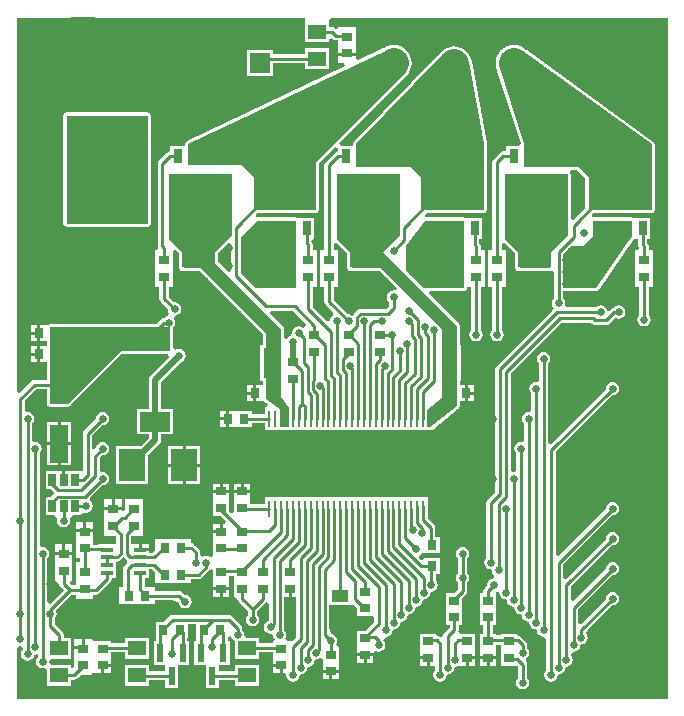
<source format=gtl>
%FSLAX25Y25*%
%MOIN*%
G70*
G01*
G75*
G04 Layer_Physical_Order=1*
G04 Layer_Color=255*
%ADD10R,0.02500X0.04200*%
%ADD11R,0.02362X0.05906*%
%ADD12R,0.08500X0.10799*%
%ADD13R,0.07874X0.16142*%
%ADD14R,0.06299X0.12598*%
%ADD15R,0.20472X0.19685*%
%ADD16R,0.03000X0.05000*%
%ADD17R,0.06000X0.05000*%
%ADD18R,0.10000X0.06500*%
%ADD19R,0.04000X0.01500*%
%ADD20R,0.01100X0.05800*%
%ADD21R,0.25197X0.14173*%
%ADD22R,0.03347X0.03150*%
%ADD23R,0.03150X0.03347*%
%ADD24R,0.05512X0.04331*%
%ADD25R,0.04331X0.10236*%
%ADD26R,0.10236X0.04331*%
%ADD27C,0.01000*%
%ADD28C,0.02000*%
%ADD29C,0.10000*%
%ADD30C,0.06890*%
%ADD31R,0.06890X0.06890*%
%ADD32C,0.02500*%
G36*
X150500Y138500D02*
X137000D01*
X131000Y144500D01*
Y152500D01*
X137500Y161000D01*
X150500D01*
Y138500D01*
D02*
G37*
G36*
X94500D02*
X81000D01*
X76000Y143500D01*
Y155500D01*
X81500Y161000D01*
X94500D01*
Y138500D01*
D02*
G37*
G36*
X111480Y150078D02*
Y145500D01*
X111558Y145110D01*
X111685Y144920D01*
Y144150D01*
X122408D01*
X127984Y138574D01*
X127513Y137692D01*
X127000Y137794D01*
X126122Y137619D01*
X125378Y137122D01*
X124881Y136378D01*
X124706Y135500D01*
X124881Y134622D01*
X125378Y133878D01*
X125471Y133816D01*
Y132633D01*
X124366Y131529D01*
X116000D01*
X115415Y131413D01*
X114919Y131081D01*
X113688Y129850D01*
X113356Y129354D01*
X113306Y129333D01*
X112878Y129620D01*
X112000Y129794D01*
X111891Y129772D01*
X107029Y134634D01*
Y138882D01*
X108370D01*
Y144819D01*
D01*
Y144819D01*
X108370Y144819D01*
Y145181D01*
X108370D01*
Y151118D01*
X107029D01*
Y153222D01*
X107953Y153605D01*
X111480Y150078D01*
D02*
G37*
G36*
X72971Y153222D02*
Y144278D01*
X72047Y143895D01*
X68520Y147422D01*
Y150078D01*
X72047Y153605D01*
X72971Y153222D01*
D02*
G37*
G36*
X97827Y126510D02*
X97827Y125712D01*
X96945Y125241D01*
X96378Y125619D01*
X95500Y125794D01*
X94622Y125619D01*
X93878Y125122D01*
X93381Y124378D01*
X93206Y123500D01*
X93214Y123458D01*
X92659Y122627D01*
X92622Y122619D01*
X91878Y122122D01*
X91477Y121522D01*
X90520Y121812D01*
Y125000D01*
X90442Y125390D01*
X90221Y125721D01*
X85895Y130047D01*
X86278Y130971D01*
X93366D01*
X97827Y126510D01*
D02*
G37*
G36*
X93000Y35669D02*
X94471D01*
Y22133D01*
X93168Y20831D01*
X92173Y20831D01*
Y20831D01*
X91317D01*
X90846Y21713D01*
X91119Y22122D01*
X91294Y23000D01*
X91119Y23878D01*
X90622Y24622D01*
X90529Y24684D01*
Y35669D01*
X92000D01*
Y38244D01*
X93000D01*
Y35669D01*
D02*
G37*
G36*
X52500Y117500D02*
X36000D01*
X18500Y100000D01*
X12500D01*
Y125500D01*
X52500D01*
Y117500D01*
D02*
G37*
G36*
X73000Y156000D02*
X67500Y150500D01*
Y147000D01*
X89500Y125000D01*
Y102100D01*
X92000Y98400D01*
Y92100D01*
X89000D01*
Y98300D01*
X84500Y101500D01*
Y123500D01*
X62500Y145500D01*
X56500D01*
Y150500D01*
X52000Y155000D01*
Y176500D01*
X73000D01*
Y156000D01*
D02*
G37*
G36*
X129000D02*
X123500Y150500D01*
X148000Y126000D01*
Y99100D01*
X139300Y92100D01*
X138200D01*
Y97900D01*
X143000Y101700D01*
Y125000D01*
X122500Y145500D01*
X112500D01*
Y150500D01*
X108000Y155000D01*
Y176500D01*
X129000D01*
Y156000D01*
D02*
G37*
G36*
X108500Y185148D02*
Y184029D01*
X107915Y183913D01*
X107419Y183581D01*
X104419Y180581D01*
X104087Y180085D01*
X103971Y179500D01*
Y151118D01*
X102630D01*
Y145181D01*
X102630Y145181D01*
X102630Y144819D01*
X102630D01*
Y138882D01*
X103971D01*
Y134000D01*
X104087Y133415D01*
X104419Y132919D01*
X106922Y130415D01*
X106824Y129420D01*
X106378Y129122D01*
X105880Y128378D01*
X105740Y127670D01*
X104783Y127380D01*
X100029Y132133D01*
Y138882D01*
X101370D01*
Y144819D01*
D01*
Y144819D01*
X101370Y144819D01*
Y145181D01*
X101370D01*
Y151118D01*
X100029D01*
Y153000D01*
X99913Y153585D01*
X99581Y154081D01*
X100500Y155000D01*
X100500D01*
Y162000D01*
X94599D01*
X94500Y162020D01*
X81500D01*
X81412Y162002D01*
X81191Y162415D01*
X81094Y162649D01*
X81650Y163480D01*
X101000D01*
X101390Y163558D01*
X101721Y163779D01*
X101763Y163842D01*
X101815D01*
Y163919D01*
X101942Y164110D01*
X102020Y164500D01*
Y179974D01*
X107576Y185530D01*
X108500Y185148D01*
D02*
G37*
G36*
X131000Y210500D02*
X101000Y180500D01*
Y164500D01*
X80500D01*
Y175500D01*
X76500Y179500D01*
X58500D01*
Y186500D01*
X125000Y218000D01*
X131000Y210500D01*
D02*
G37*
G36*
X152000Y214000D02*
X157000Y186500D01*
Y164500D01*
X136000D01*
Y175500D01*
X132500Y179000D01*
X114500D01*
Y186500D01*
X143500Y216500D01*
X152000Y214000D01*
D02*
G37*
G36*
X218471Y1529D02*
X1529D01*
Y18611D01*
X2302Y19245D01*
X2500Y19206D01*
X2698Y19245D01*
X3471Y18611D01*
D01*
X3378Y18122D01*
X2881Y17378D01*
X2706Y16500D01*
X2881Y15622D01*
X3378Y14878D01*
X4122Y14380D01*
X5000Y14206D01*
X5878Y14380D01*
X6622Y14878D01*
X7119Y15622D01*
X7203Y16042D01*
X8145Y16378D01*
X8471Y16111D01*
D01*
X8378Y15622D01*
X7880Y14878D01*
X7706Y14000D01*
X7880Y13122D01*
X8378Y12378D01*
X9122Y11880D01*
X10000Y11706D01*
X10727Y11851D01*
X11500Y11216D01*
Y6000D01*
X19500D01*
Y7971D01*
X20650D01*
X21235Y8087D01*
X21731Y8419D01*
X22694Y9382D01*
X26370D01*
Y10169D01*
X27327D01*
Y10169D01*
X29500D01*
Y12744D01*
X30000D01*
Y13244D01*
X32673D01*
Y14974D01*
X32673D01*
X32673Y14974D01*
X32673Y15319D01*
Y15500D01*
Y15681D01*
X32673Y16026D01*
X32673Y16026D01*
X32673D01*
Y17120D01*
X37500D01*
Y15000D01*
X45500D01*
Y22000D01*
X37500D01*
Y20179D01*
X32673D01*
Y20831D01*
X27327D01*
Y20831D01*
X27077D01*
X26370Y21538D01*
Y21618D01*
X24000D01*
Y18650D01*
X23500D01*
Y18150D01*
X20630D01*
Y16026D01*
X20630D01*
X20630Y16026D01*
X20630Y15681D01*
Y15500D01*
Y15319D01*
X20630Y14974D01*
X20630Y14974D01*
X20630D01*
Y12252D01*
X19798Y11696D01*
X19500Y11820D01*
Y13000D01*
X12883D01*
X12249Y13773D01*
X12294Y14000D01*
X12249Y14227D01*
X12883Y15000D01*
X19500D01*
Y22000D01*
X17029D01*
Y23000D01*
X16913Y23585D01*
X16581Y24081D01*
X14029Y26634D01*
Y28316D01*
X14122Y28378D01*
X14619Y29122D01*
X14794Y30000D01*
X14619Y30878D01*
X14507Y31045D01*
X19783Y36321D01*
X21130D01*
Y34882D01*
X26870D01*
Y36321D01*
X27850D01*
X28436Y36437D01*
X28932Y36769D01*
X32581Y40419D01*
X32913Y40915D01*
X32913Y40915D01*
X32913Y40915D01*
X33029Y41500D01*
Y41910D01*
X34500D01*
Y44470D01*
Y47030D01*
Y47251D01*
X34780D01*
X35365Y47367D01*
X35861Y47699D01*
X37000Y48837D01*
X38138Y47699D01*
D01*
X38138Y47699D01*
X38138D01*
X38187Y46850D01*
X37269Y45932D01*
X36937Y45436D01*
X36821Y44850D01*
Y38870D01*
X35382D01*
Y33130D01*
X41319D01*
Y33130D01*
X41319D01*
X41319Y33130D01*
X41681D01*
Y33130D01*
X47618D01*
Y34471D01*
X52840D01*
X55206Y34000D01*
X55381Y33122D01*
X55878Y32378D01*
X56622Y31881D01*
X57500Y31706D01*
X58378Y31881D01*
X59122Y32378D01*
X59619Y33122D01*
X59794Y34000D01*
X59619Y34878D01*
X59122Y35622D01*
X58378Y36119D01*
X57500Y36294D01*
X57391Y36272D01*
X56581Y37081D01*
X56085Y37413D01*
X55500Y37529D01*
X47618D01*
Y38870D01*
X44029D01*
Y41910D01*
X45500D01*
Y44470D01*
Y44691D01*
X46497D01*
X47382Y43806D01*
Y40130D01*
X52974D01*
Y40130D01*
X52974Y40130D01*
X53319Y40130D01*
X53500D01*
X53681D01*
X54026Y40130D01*
X54026Y40130D01*
Y40130D01*
X59618D01*
Y41471D01*
X62000D01*
X62585Y41587D01*
X63081Y41919D01*
X65581Y44418D01*
X66384Y44694D01*
X66384D01*
X66827Y44031D01*
Y41526D01*
X66827D01*
X66827Y41526D01*
X66827Y41181D01*
Y41000D01*
Y40819D01*
X66827Y40474D01*
X66827Y40474D01*
X66827D01*
Y38744D01*
X72173D01*
Y40474D01*
X72173D01*
X72173Y40474D01*
X72173Y40819D01*
Y41000D01*
Y41181D01*
X72173Y41526D01*
X72173Y41526D01*
X72173D01*
Y42620D01*
X73827D01*
Y41181D01*
X73827Y41181D01*
X73827Y40819D01*
X73827D01*
Y35669D01*
X74301D01*
X74971Y35000D01*
X74971Y35000D01*
D01*
X75087Y34415D01*
X75419Y33919D01*
X78471Y30867D01*
Y29684D01*
X78378Y29622D01*
X77881Y28878D01*
X77706Y28000D01*
X77881Y27122D01*
X78378Y26378D01*
X79122Y25881D01*
X80000Y25706D01*
X80878Y25881D01*
X81622Y26378D01*
X82119Y27122D01*
X82294Y28000D01*
X82119Y28878D01*
X81622Y29622D01*
X81529Y29684D01*
Y30867D01*
X84547Y33884D01*
X84775Y33789D01*
X85471Y33324D01*
Y27689D01*
X85122Y27619D01*
X84378Y27122D01*
X83881Y26378D01*
X83706Y25500D01*
X83881Y24622D01*
X84378Y23878D01*
X85122Y23381D01*
X86000Y23206D01*
X86000Y23206D01*
X86000Y23206D01*
X86706Y23000D01*
X86706Y23000D01*
X86706Y23000D01*
X86881Y22122D01*
X87378Y21378D01*
X87378Y21378D01*
X86827Y20831D01*
X86827D01*
X86827Y20179D01*
X82000D01*
Y22000D01*
X77883D01*
X77249Y22773D01*
X77294Y23000D01*
X77119Y23878D01*
X76622Y24622D01*
X76529Y24684D01*
Y25000D01*
X76413Y25585D01*
X76081Y26081D01*
X73081Y29081D01*
X72585Y29413D01*
X72000Y29529D01*
X53350D01*
X52765Y29413D01*
X52269Y29081D01*
X50361Y27173D01*
X47669D01*
Y21827D01*
X47730D01*
Y20693D01*
X47079D01*
Y12787D01*
X50819D01*
Y10789D01*
X45500D01*
Y13000D01*
X37500D01*
Y6000D01*
X45500D01*
Y7730D01*
X50819D01*
Y5307D01*
X55181D01*
Y12787D01*
X58921D01*
Y20693D01*
X58270D01*
Y21827D01*
X58331D01*
Y26471D01*
X61169D01*
Y21827D01*
X61230D01*
Y20693D01*
X60579D01*
Y12787D01*
X64319D01*
Y5307D01*
X68681D01*
Y7730D01*
X74000D01*
Y6000D01*
X82000D01*
Y13000D01*
X74000D01*
Y10789D01*
X68681D01*
Y12787D01*
X72421D01*
Y20693D01*
X71770D01*
Y21827D01*
X71831D01*
Y22299D01*
X72826Y22397D01*
X72881Y22122D01*
X73378Y21378D01*
X74000Y20962D01*
Y15000D01*
X82000D01*
Y17120D01*
X86827D01*
Y15681D01*
X86827Y15681D01*
X86827Y15319D01*
X86827D01*
Y13244D01*
X89500D01*
Y12744D01*
X90000D01*
Y10169D01*
X90657D01*
X91206Y9500D01*
X91381Y8622D01*
X91878Y7878D01*
X92622Y7380D01*
X93500Y7206D01*
X94378Y7380D01*
X95122Y7878D01*
X95619Y8622D01*
X95794Y9500D01*
X96000Y9706D01*
X96878Y9881D01*
X97622Y10378D01*
X98119Y11122D01*
X98294Y12000D01*
X98500Y12206D01*
X99378Y12381D01*
X100122Y12878D01*
X100619Y13622D01*
X100794Y14500D01*
X101000Y14706D01*
X101878Y14881D01*
X102445Y15259D01*
X103327Y14788D01*
Y14026D01*
X103327D01*
X103327Y14026D01*
X103327Y13681D01*
Y13500D01*
Y13319D01*
X103327Y12974D01*
X103327Y12974D01*
X103327D01*
Y11244D01*
X108673D01*
Y12974D01*
X108673D01*
X108673Y12974D01*
X108673Y13319D01*
Y13500D01*
Y13681D01*
X108673Y14026D01*
X108673Y14026D01*
X108673D01*
Y18831D01*
X108317D01*
X107846Y19713D01*
X108119Y20122D01*
X108294Y21000D01*
X108119Y21878D01*
X107622Y22622D01*
X106878Y23120D01*
X106000Y23294D01*
X105529Y25660D01*
Y32787D01*
X112756D01*
Y32787D01*
X113900Y32787D01*
X114827Y31861D01*
Y29169D01*
X120173D01*
D01*
X120173D01*
X120471Y28872D01*
Y27283D01*
X117518Y24331D01*
X114827D01*
Y19181D01*
X114827Y19181D01*
X114827Y18819D01*
X114827D01*
Y16744D01*
X120173D01*
Y16954D01*
X121055Y17425D01*
X121122Y17380D01*
X122000Y17206D01*
X122878Y17380D01*
X123622Y17878D01*
X124119Y18622D01*
X124294Y19500D01*
X124119Y20378D01*
X123622Y21122D01*
X124350Y22211D01*
X124016Y21988D01*
X124378Y22230D01*
X124500Y22206D01*
X125378Y22380D01*
X126122Y22878D01*
X126620Y23622D01*
X126794Y24500D01*
X127000Y24706D01*
X127878Y24881D01*
X128622Y25378D01*
X129120Y26122D01*
X129294Y27000D01*
X129500Y27206D01*
X130378Y27380D01*
X131122Y27878D01*
X131620Y28622D01*
X131794Y29500D01*
X132000Y29706D01*
X132878Y29880D01*
X133622Y30378D01*
X134119Y31122D01*
X134294Y32000D01*
X134500Y32206D01*
X135378Y32381D01*
X136122Y32878D01*
X136619Y33622D01*
X136794Y34500D01*
X137000Y34706D01*
X137878Y34881D01*
X138622Y35378D01*
X139120Y36122D01*
X139294Y37000D01*
X139500Y37206D01*
X140378Y37380D01*
X141122Y37878D01*
X141620Y38622D01*
X141794Y39500D01*
X141620Y40378D01*
X141122Y41122D01*
X141029Y41184D01*
Y43327D01*
X142319D01*
Y48673D01*
X137169D01*
Y48300D01*
X136245Y47918D01*
X135578Y48585D01*
X135676Y49580D01*
X136122Y49878D01*
X136422Y50327D01*
X137169Y50327D01*
Y50327D01*
X142319D01*
Y55673D01*
X140880D01*
Y58650D01*
X140783Y59138D01*
X140763Y59235D01*
X140432Y59731D01*
X138367Y61796D01*
Y68892D01*
X84052D01*
Y66521D01*
X79173D01*
Y67474D01*
X79173D01*
X79173Y67474D01*
X79173Y67819D01*
Y68000D01*
Y68181D01*
X79173Y68526D01*
X79173Y68526D01*
X79173D01*
Y70256D01*
X73827D01*
Y68526D01*
X73827D01*
X73827Y68526D01*
X73827Y68181D01*
Y68000D01*
Y67819D01*
X73827Y67474D01*
X73827Y67474D01*
X73827D01*
Y63792D01*
X72903Y63410D01*
X72173Y64139D01*
Y67474D01*
X72173D01*
X72173Y67474D01*
X72173Y67819D01*
Y68000D01*
Y68181D01*
X72173Y68526D01*
X72173Y68526D01*
X72173D01*
Y70256D01*
X66827D01*
Y68526D01*
X66827D01*
X66827Y68526D01*
X66827Y68181D01*
Y68000D01*
Y67819D01*
X66827Y67474D01*
X66827Y67474D01*
X66827D01*
Y62669D01*
X69317D01*
X71232Y60755D01*
X70850Y59831D01*
X70000D01*
Y57256D01*
X69500D01*
Y56756D01*
X66827D01*
Y55026D01*
X66827D01*
X66827Y55026D01*
X66827Y54681D01*
Y54500D01*
Y54319D01*
X66827Y53974D01*
X66827Y53974D01*
X66827D01*
Y49212D01*
X65945Y48741D01*
X65378Y49119D01*
X64500Y49294D01*
X63622Y49119D01*
X63411Y48979D01*
X62529Y49450D01*
Y50500D01*
X62413Y51085D01*
X62081Y51581D01*
X60581Y53081D01*
X60085Y53413D01*
X59618Y53506D01*
Y54870D01*
X54026D01*
Y54870D01*
X54026Y54870D01*
X53681Y54870D01*
X53500D01*
X53319D01*
X52974Y54870D01*
X52974Y54870D01*
Y54870D01*
X47382D01*
Y51194D01*
X46497Y50309D01*
X45500D01*
Y50840D01*
X42500D01*
Y51340D01*
X42000D01*
Y53090D01*
X39529D01*
Y55717D01*
X39694Y55882D01*
X43370D01*
Y61819D01*
D01*
Y61819D01*
X43370Y61819D01*
Y62181D01*
X43370D01*
Y68118D01*
X37630D01*
Y64867D01*
X36799Y64312D01*
X36370Y64489D01*
Y64650D01*
X30630D01*
Y62181D01*
X30630Y62181D01*
X30630Y61819D01*
X30630D01*
Y55882D01*
X34306D01*
X34471Y55717D01*
Y53090D01*
X28500D01*
Y52880D01*
X26870D01*
Y53974D01*
X26870D01*
X26870Y53974D01*
X26870Y54319D01*
Y54500D01*
Y54681D01*
X26870Y55026D01*
X26870Y55026D01*
X26870D01*
Y57150D01*
X21130D01*
Y55026D01*
X21130D01*
X21130Y55026D01*
X21130Y54681D01*
Y54500D01*
Y54319D01*
X21130Y53974D01*
X21130Y53974D01*
X21130D01*
Y48382D01*
X22471D01*
Y47118D01*
X21130D01*
Y41181D01*
X21130Y41181D01*
X21130Y40819D01*
X21130D01*
Y39380D01*
X19865D01*
X19310Y40211D01*
X19588Y40882D01*
X19870D01*
Y46474D01*
X19870D01*
X19870Y46474D01*
X19870Y46819D01*
Y47000D01*
Y47181D01*
X19870Y47526D01*
X19870Y47526D01*
X19870D01*
Y49650D01*
X14130D01*
Y47526D01*
X14130D01*
X14130Y47526D01*
X14130Y47181D01*
Y47000D01*
Y46819D01*
X14130Y46474D01*
X14130Y46474D01*
X14130D01*
Y40882D01*
X14589D01*
X15471Y40000D01*
X15471Y40000D01*
D01*
X15587Y39415D01*
X15919Y38919D01*
X16987Y37850D01*
X12453Y33317D01*
X11529Y33700D01*
Y48316D01*
X11622Y48378D01*
X12120Y49122D01*
X12294Y50000D01*
X12120Y50878D01*
X11622Y51622D01*
X10878Y52119D01*
X10000Y52294D01*
X9802Y52255D01*
X9029Y52889D01*
Y83316D01*
X9122Y83378D01*
X9619Y84122D01*
X9794Y85000D01*
X9619Y85878D01*
X9122Y86622D01*
X8378Y87119D01*
X7500Y87294D01*
X7302Y87255D01*
X6529Y87889D01*
Y93316D01*
X6622Y93378D01*
X7119Y94122D01*
X7294Y95000D01*
X7119Y95878D01*
X6622Y96622D01*
X5878Y97119D01*
X5000Y97294D01*
X4802Y97255D01*
X4029Y97889D01*
Y100866D01*
X7976Y104813D01*
X11350D01*
Y99043D01*
X12184D01*
X12500Y98980D01*
X18500D01*
X18816Y99043D01*
X19650D01*
Y99708D01*
X36422Y116480D01*
X51790D01*
X52173Y115557D01*
X46058Y109442D01*
X45616Y108780D01*
X45461Y108000D01*
Y98250D01*
X41500D01*
Y89750D01*
X45461D01*
Y88668D01*
X42692Y85900D01*
X34549D01*
Y73100D01*
X45049D01*
Y82489D01*
X48942Y86382D01*
X49384Y87043D01*
X49539Y87823D01*
X49539Y87823D01*
X49539Y87823D01*
Y87823D01*
Y89750D01*
X53500D01*
Y98250D01*
X49539D01*
Y107155D01*
X56236Y113852D01*
X56378Y113881D01*
X57122Y114378D01*
X57619Y115122D01*
X57794Y116000D01*
X57619Y116878D01*
X57122Y117622D01*
X56378Y118120D01*
X55500Y118294D01*
X54622Y118120D01*
X54401Y117972D01*
X53520Y118444D01*
Y125309D01*
X53622Y125378D01*
X54119Y126122D01*
X54294Y127000D01*
X54119Y127878D01*
X53822Y128323D01*
X54205Y129247D01*
X54878Y129381D01*
X55622Y129878D01*
X56119Y130622D01*
X56294Y131500D01*
X56119Y132378D01*
X55622Y133122D01*
X54878Y133619D01*
X54000Y133794D01*
X53891Y133772D01*
X52029Y135634D01*
Y138882D01*
X53370D01*
Y144474D01*
X53370D01*
X53370Y144474D01*
X53370Y144819D01*
Y145000D01*
Y145181D01*
X53370Y145526D01*
X53370Y145526D01*
X53370D01*
Y150881D01*
X54294Y151264D01*
X55480Y150078D01*
Y145500D01*
X55558Y145110D01*
X55685Y144920D01*
Y144150D01*
X62409D01*
X83480Y123078D01*
Y119618D01*
X82650D01*
Y107382D01*
X83480D01*
Y106173D01*
X83480D01*
X83319D01*
X82773Y106173D01*
X82773Y106173D01*
Y106173D01*
X81244D01*
Y103500D01*
Y100827D01*
X82881Y100827D01*
X83319D01*
D01*
X83319D01*
D01*
D01*
D01*
D01*
D01*
X83681D01*
Y100827D01*
X83747D01*
X83779Y100779D01*
X83850Y100731D01*
X83909Y100669D01*
X85069Y99845D01*
X84764Y98892D01*
X84052D01*
Y96521D01*
X79831D01*
Y97673D01*
X75026D01*
Y97673D01*
X75026Y97673D01*
X74681Y97673D01*
X74500D01*
X74319D01*
X73974Y97673D01*
X73974Y97673D01*
Y97673D01*
X72244D01*
Y95000D01*
Y92327D01*
X73974D01*
Y92327D01*
X73974Y92327D01*
X74319Y92327D01*
X74500D01*
X74681D01*
X75026Y92327D01*
X75026Y92327D01*
Y92327D01*
X79831D01*
Y93463D01*
X84052D01*
Y91092D01*
X88942D01*
X89000Y91080D01*
X92000D01*
X92058Y91092D01*
X138142D01*
X138200Y91080D01*
X139300D01*
X139358Y91092D01*
X140336D01*
Y91625D01*
X148639Y98306D01*
X148675Y98348D01*
X148721Y98379D01*
X148802Y98500D01*
X148895Y98611D01*
X148911Y98664D01*
X148942Y98710D01*
X148970Y98852D01*
X149014Y98990D01*
X149009Y99046D01*
X149020Y99100D01*
Y100827D01*
X150756D01*
Y103500D01*
Y106173D01*
X149020D01*
Y107382D01*
X149350D01*
Y119618D01*
X149020D01*
Y126000D01*
X148942Y126390D01*
X148721Y126721D01*
X138885Y136556D01*
X139268Y137480D01*
X150500D01*
X150890Y137558D01*
X151221Y137779D01*
X151442Y138110D01*
X151520Y138500D01*
Y138882D01*
X151520D01*
X151630D01*
X152227Y138882D01*
X152227Y138882D01*
Y138882D01*
X152971D01*
Y124684D01*
X152878Y124622D01*
X152381Y123878D01*
X152206Y123000D01*
X152381Y122122D01*
X152878Y121378D01*
X153622Y120880D01*
X154500Y120706D01*
X155378Y120880D01*
X156122Y121378D01*
X156620Y122122D01*
X156794Y123000D01*
X156620Y123878D01*
X156122Y124622D01*
X156029Y124684D01*
Y138882D01*
X157370D01*
Y144474D01*
X157370D01*
X157370Y144474D01*
X157370Y144819D01*
Y145000D01*
Y145181D01*
X157370Y145526D01*
X157370Y145526D01*
X157370D01*
Y151118D01*
X156029D01*
Y152500D01*
X155913Y153085D01*
X155581Y153581D01*
X155529Y153633D01*
Y155000D01*
X156500D01*
Y162000D01*
X150599D01*
X150500Y162020D01*
X137500D01*
X137347Y162787D01*
X138041Y163480D01*
X157000D01*
X157390Y163558D01*
X157721Y163779D01*
X157763Y163842D01*
X157815D01*
Y163919D01*
X157942Y164110D01*
X158020Y164500D01*
Y186500D01*
X158002Y186590D01*
X158003Y186682D01*
X153003Y214182D01*
X152995Y214203D01*
X152992Y214235D01*
X152649Y215366D01*
X152092Y216409D01*
X151342Y217322D01*
X150428Y218072D01*
X149386Y218629D01*
X148255Y218972D01*
X147079Y219088D01*
X145903Y218972D01*
X144772Y218629D01*
X143729Y218072D01*
X142816Y217322D01*
X142471Y216902D01*
X113767Y187209D01*
X113664Y187049D01*
X113558Y186890D01*
X113556Y186882D01*
X113551Y186874D01*
X113518Y186687D01*
X113480Y186500D01*
Y186000D01*
X109352D01*
X108970Y186924D01*
X131283Y209237D01*
X132033Y210151D01*
X132590Y211193D01*
X132933Y212324D01*
X133049Y213500D01*
X132933Y214676D01*
X132590Y215807D01*
X132033Y216849D01*
X131283Y217763D01*
X130369Y218513D01*
X129327Y219070D01*
X128196Y219413D01*
X127020Y219529D01*
X125843Y219413D01*
X124712Y219070D01*
X123670Y218513D01*
X123627Y218478D01*
X115215Y214493D01*
X114370Y215028D01*
Y215850D01*
X108630D01*
Y213382D01*
X110590D01*
X110809Y212406D01*
X58064Y187421D01*
X57924Y187318D01*
X57779Y187221D01*
X57765Y187200D01*
X57744Y187184D01*
X57655Y187035D01*
X57558Y186890D01*
X57553Y186865D01*
X57540Y186843D01*
X57514Y186671D01*
X57480Y186500D01*
Y186000D01*
X52500D01*
Y184029D01*
X52400D01*
X51912Y183932D01*
X51815Y183913D01*
X51319Y183581D01*
X48819Y181081D01*
X48487Y180585D01*
X48371Y180000D01*
Y152600D01*
X48487Y152015D01*
X48497Y152000D01*
X48026Y151118D01*
X47630D01*
Y145526D01*
X47630D01*
X47630Y145526D01*
X47630Y145181D01*
Y145000D01*
Y144819D01*
X47630Y144474D01*
X47630Y144474D01*
X47630D01*
Y138882D01*
X48971D01*
Y135000D01*
X48971Y135000D01*
X48971D01*
X49087Y134415D01*
X49419Y133919D01*
X51728Y131609D01*
X51706Y131500D01*
X51881Y130622D01*
X52178Y130177D01*
X51795Y129253D01*
X51122Y129120D01*
X50378Y128622D01*
X50288Y128487D01*
X49915Y128413D01*
X49419Y128081D01*
X47857Y126520D01*
X12500D01*
X12110Y126442D01*
X11779Y126221D01*
X11747Y126173D01*
X11681D01*
Y126173D01*
X11319D01*
D01*
D01*
X11319D01*
D01*
D01*
D01*
X9244Y126173D01*
Y123500D01*
Y120827D01*
X10773D01*
Y120827D01*
X10773Y120827D01*
X11319Y120827D01*
X11480Y120665D01*
Y119173D01*
X11480D01*
X11319D01*
X10773Y119173D01*
X10773Y119173D01*
Y119173D01*
X9244D01*
Y116500D01*
Y113827D01*
X10773D01*
Y113827D01*
X10773Y113827D01*
X11319Y113827D01*
X11350Y113795D01*
Y113642D01*
X11350D01*
Y107872D01*
X7343D01*
X6757Y107755D01*
X6261Y107424D01*
X2453Y103616D01*
X1529Y103999D01*
Y228471D01*
X97500D01*
Y227500D01*
X97500D01*
Y220500D01*
X105500D01*
Y221531D01*
X106424Y221913D01*
X106769Y221568D01*
X107265Y221237D01*
X107362Y221217D01*
X107850Y221120D01*
X108630D01*
Y220026D01*
X108630D01*
X108630Y220026D01*
X108630Y219681D01*
Y219500D01*
Y219319D01*
X108630Y218974D01*
X108630Y218974D01*
X108630D01*
Y216850D01*
X114370D01*
Y218974D01*
X114370D01*
X114370Y218974D01*
X114370Y219319D01*
Y219500D01*
Y219681D01*
X114370Y220026D01*
X114370Y220026D01*
X114370D01*
Y225618D01*
X108630D01*
Y225340D01*
X107706Y224957D01*
X107581Y225081D01*
X107085Y225413D01*
X106500Y225529D01*
X105500D01*
Y227500D01*
X105500D01*
Y227764D01*
X106207Y228471D01*
X218471D01*
Y1529D01*
D02*
G37*
%LPC*%
G36*
X79173Y73331D02*
X77000D01*
Y71256D01*
X79173D01*
Y73331D01*
D02*
G37*
G36*
X69000Y59831D02*
X66827D01*
Y57756D01*
X69000D01*
Y59831D01*
D02*
G37*
G36*
X45500Y53090D02*
X43000D01*
Y51840D01*
X45500D01*
Y53090D01*
D02*
G37*
G36*
X33000Y68118D02*
X30630D01*
Y65650D01*
X33000D01*
Y68118D01*
D02*
G37*
G36*
X19870Y53118D02*
X17500D01*
Y50650D01*
X19870D01*
Y53118D01*
D02*
G37*
G36*
X76000Y73331D02*
X73827D01*
Y71256D01*
X76000D01*
Y73331D01*
D02*
G37*
G36*
X72173Y73331D02*
X70000D01*
Y71256D01*
X72173D01*
Y73331D01*
D02*
G37*
G36*
X69000D02*
X66827D01*
Y71256D01*
X69000D01*
Y73331D01*
D02*
G37*
G36*
X23500Y60618D02*
X21130D01*
Y58150D01*
X23500D01*
Y60618D01*
D02*
G37*
G36*
X36370Y68118D02*
X34000D01*
Y65650D01*
X36370D01*
Y68118D01*
D02*
G37*
G36*
X26870Y60618D02*
X24500D01*
Y58150D01*
X26870D01*
Y60618D01*
D02*
G37*
G36*
X16500Y53118D02*
X14130D01*
Y50650D01*
X16500D01*
Y53118D01*
D02*
G37*
G36*
X138000Y14744D02*
X135827D01*
Y12669D01*
X138000D01*
Y14744D01*
D02*
G37*
G36*
X154173D02*
X152000D01*
Y12669D01*
X154173D01*
Y14744D01*
D02*
G37*
G36*
X158000D02*
X155827D01*
Y12669D01*
X158000D01*
Y14744D01*
D02*
G37*
G36*
X89000Y12244D02*
X86827D01*
Y10169D01*
X89000D01*
Y12244D01*
D02*
G37*
G36*
X105500Y10244D02*
X103327D01*
Y8169D01*
X105500D01*
Y10244D01*
D02*
G37*
G36*
X108673D02*
X106500D01*
Y8169D01*
X108673D01*
Y10244D01*
D02*
G37*
G36*
X32673Y12244D02*
X30500D01*
Y10169D01*
X32673D01*
Y12244D01*
D02*
G37*
G36*
X150000Y52294D02*
X149122Y52119D01*
X148378Y51622D01*
X147880Y50878D01*
X147706Y50000D01*
X147880Y49122D01*
X148378Y48378D01*
X148471Y48316D01*
Y43684D01*
X148378Y43622D01*
X147880Y42878D01*
X147706Y42000D01*
X147880Y41122D01*
X148378Y40378D01*
X148471Y40316D01*
Y38083D01*
X147218Y36831D01*
X144527D01*
Y32026D01*
X144527D01*
X144527Y32026D01*
X144527Y31681D01*
Y31500D01*
Y31319D01*
X144527Y30974D01*
X144527Y30974D01*
X144527D01*
Y26169D01*
X145671D01*
Y25234D01*
X143919Y23481D01*
X143587Y22985D01*
X143477Y22433D01*
X142520Y22143D01*
X142432Y22231D01*
X141936Y22563D01*
X141350Y22679D01*
X141173D01*
Y23331D01*
X135827D01*
Y18181D01*
X135827Y18181D01*
X135827Y17819D01*
X135827D01*
Y15744D01*
X138500D01*
Y15244D01*
X139000D01*
Y12669D01*
X140971D01*
Y11184D01*
X140878Y11122D01*
X140381Y10378D01*
X140206Y9500D01*
X140381Y8622D01*
X140878Y7878D01*
X141622Y7380D01*
X142500Y7206D01*
X143378Y7380D01*
X144122Y7878D01*
X144620Y8622D01*
X144794Y9500D01*
X145000Y9706D01*
X145878Y9881D01*
X146622Y10378D01*
X147119Y11122D01*
X147294Y12000D01*
X147500Y12206D01*
X148378Y12381D01*
X148818Y12674D01*
X148827Y12669D01*
Y12669D01*
X148827Y12669D01*
X151000D01*
Y15244D01*
X151500D01*
Y15744D01*
X154173D01*
Y17819D01*
D01*
Y17819D01*
X154173Y17819D01*
Y18181D01*
X154173D01*
Y23331D01*
X149637D01*
X148814Y23880D01*
X148631Y24104D01*
X148729Y24600D01*
Y26169D01*
X149873D01*
Y30974D01*
X149873D01*
X149873Y30974D01*
X149873Y31319D01*
Y31500D01*
Y31681D01*
X149873Y32026D01*
X149873Y32026D01*
X149873D01*
Y35160D01*
X151081Y36368D01*
X151413Y36864D01*
X151529Y37450D01*
X151529Y37450D01*
X151529Y37450D01*
Y37450D01*
Y40316D01*
X151622Y40378D01*
X152120Y41122D01*
X152294Y42000D01*
X152120Y42878D01*
X151622Y43622D01*
X151529Y43684D01*
Y48316D01*
X151622Y48378D01*
X152120Y49122D01*
X152294Y50000D01*
X152120Y50878D01*
X151622Y51622D01*
X150878Y52119D01*
X150000Y52294D01*
D02*
G37*
G36*
X69000Y37744D02*
X66827D01*
Y35669D01*
X69000D01*
Y37744D01*
D02*
G37*
G36*
X72173D02*
X70000D01*
Y35669D01*
X72173D01*
Y37744D01*
D02*
G37*
G36*
X23000Y21618D02*
X20630D01*
Y19150D01*
X23000D01*
Y21618D01*
D02*
G37*
G36*
X161173Y14744D02*
X159000D01*
Y12669D01*
X161173D01*
Y14744D01*
D02*
G37*
G36*
X117000Y15744D02*
X114827D01*
Y13669D01*
X117000D01*
Y15744D01*
D02*
G37*
G36*
X120173D02*
X118000D01*
Y13669D01*
X120173D01*
Y15744D01*
D02*
G37*
G36*
X153831Y106173D02*
X151756D01*
Y104000D01*
X153831D01*
Y106173D01*
D02*
G37*
G36*
X8244Y116000D02*
X6169D01*
Y113827D01*
X8244D01*
Y116000D01*
D02*
G37*
G36*
X80244Y106173D02*
X78169D01*
Y104000D01*
X80244D01*
Y106173D01*
D02*
G37*
G36*
Y103000D02*
X78169D01*
Y100827D01*
X80097D01*
Y100827D01*
X80097Y100827D01*
X80244D01*
Y103000D01*
D02*
G37*
G36*
X153831D02*
X151756D01*
Y100827D01*
X153831D01*
Y103000D01*
D02*
G37*
G36*
X8244Y119173D02*
X6169D01*
Y117000D01*
X8244D01*
Y119173D01*
D02*
G37*
G36*
X45000Y197020D02*
X18000D01*
X17610Y196942D01*
X17279Y196721D01*
X17058Y196390D01*
X16980Y196000D01*
Y160000D01*
X17058Y159610D01*
X17279Y159279D01*
X17610Y159058D01*
X18000Y158980D01*
X45000D01*
X45390Y159058D01*
X45721Y159279D01*
X45942Y159610D01*
X46020Y160000D01*
Y196000D01*
X45942Y196390D01*
X45721Y196721D01*
X45390Y196942D01*
X45000Y197020D01*
D02*
G37*
G36*
X105500Y218500D02*
X97500D01*
Y216529D01*
X86945D01*
Y217945D01*
X78055D01*
Y209055D01*
X86945D01*
Y213471D01*
X97500D01*
Y211500D01*
X105500D01*
Y218500D01*
D02*
G37*
G36*
X167019Y219529D02*
X165843Y219413D01*
X164712Y219070D01*
X163670Y218513D01*
X162978Y217945D01*
X162575D01*
Y217542D01*
X162007Y216849D01*
X161449Y215807D01*
X161106Y214676D01*
X160991Y213500D01*
X161016Y213244D01*
X161011Y213178D01*
X160984Y213084D01*
X160996Y212981D01*
X160988Y212878D01*
X161018Y212786D01*
X161029Y212689D01*
X161089Y212503D01*
X161106Y212324D01*
X161449Y211193D01*
X161598Y210914D01*
X169331Y186808D01*
X168741Y186000D01*
X164500D01*
Y184029D01*
X163500D01*
X162915Y183913D01*
X162419Y183581D01*
X160419Y181581D01*
X160087Y181085D01*
X159971Y180500D01*
Y151118D01*
X158630D01*
Y145526D01*
X158630D01*
X158630Y145526D01*
X158630Y145181D01*
Y145000D01*
Y144819D01*
X158630Y144474D01*
X158630Y144474D01*
X158630D01*
Y138882D01*
X159971D01*
Y124684D01*
X159878Y124622D01*
X159380Y123878D01*
X159206Y123000D01*
X159380Y122122D01*
X159878Y121378D01*
X160622Y120880D01*
X161500Y120706D01*
X162378Y120880D01*
X163122Y121378D01*
X163619Y122122D01*
X163794Y123000D01*
X163619Y123878D01*
X163122Y124622D01*
X163029Y124684D01*
Y138882D01*
X164370D01*
Y144474D01*
X164370D01*
X164370Y144474D01*
X164370Y144819D01*
Y145000D01*
Y145181D01*
X164370Y145526D01*
X164370Y145526D01*
X164370D01*
Y151118D01*
X163029D01*
Y153222D01*
X163953Y153605D01*
X167480Y150078D01*
Y145500D01*
X167558Y145110D01*
X167685Y144920D01*
Y144150D01*
X180315D01*
D01*
X180315D01*
X180471Y143994D01*
Y135184D01*
X180378Y135122D01*
X179880Y134378D01*
X179706Y133500D01*
X179880Y132622D01*
X180378Y131878D01*
X179699Y130862D01*
X161419Y112581D01*
X161087Y112085D01*
X160971Y111500D01*
Y70634D01*
X158419Y68081D01*
X158087Y67585D01*
X157971Y67000D01*
Y48684D01*
X157878Y48622D01*
X157380Y47878D01*
X157206Y47000D01*
X157380Y46122D01*
X157878Y45378D01*
X158622Y44881D01*
X159500Y44706D01*
X159706Y44500D01*
X159880Y43622D01*
X160378Y42878D01*
X160569Y42750D01*
X160374Y41769D01*
X159622Y41620D01*
X158878Y41122D01*
X158380Y40378D01*
X158206Y39500D01*
X158228Y39391D01*
X157419Y38581D01*
X157087Y38085D01*
X156971Y37500D01*
Y36831D01*
X155827D01*
Y32026D01*
X155827D01*
X155827Y32026D01*
X155827Y31681D01*
Y31500D01*
Y31319D01*
X155827Y30974D01*
X155827Y30974D01*
X155827D01*
Y26169D01*
X156971D01*
Y23331D01*
X155827D01*
Y18526D01*
X155827D01*
X155827Y18526D01*
X155827Y18181D01*
Y18000D01*
Y17819D01*
X155827Y17474D01*
X155827Y17474D01*
X155827D01*
Y15744D01*
X161173D01*
Y17474D01*
X161173D01*
X161173Y17474D01*
X161173Y17819D01*
Y18000D01*
Y18181D01*
X161173Y18526D01*
X161173Y18526D01*
X161173D01*
Y19620D01*
X162827D01*
Y18181D01*
X162827Y18181D01*
X162827Y17819D01*
X162827D01*
Y12669D01*
X168168D01*
X168471Y12366D01*
Y8684D01*
X168378Y8622D01*
X167880Y7878D01*
X167706Y7000D01*
X167880Y6122D01*
X168378Y5378D01*
X169122Y4881D01*
X170000Y4706D01*
X170878Y4881D01*
X171622Y5378D01*
X172119Y6122D01*
X172294Y7000D01*
X172119Y7878D01*
X171622Y8622D01*
X171529Y8684D01*
Y13000D01*
X171413Y13585D01*
X171081Y14081D01*
X171078Y14085D01*
X171176Y15080D01*
X171622Y15378D01*
X172119Y16122D01*
X172294Y17000D01*
X172119Y17878D01*
X171622Y18622D01*
X171529Y18684D01*
Y19500D01*
X171413Y20085D01*
X171081Y20581D01*
X169432Y22231D01*
X168936Y22563D01*
X168350Y22679D01*
X168173D01*
Y23331D01*
X162827D01*
Y22679D01*
X161173D01*
Y23331D01*
X160029D01*
Y26169D01*
X161173D01*
Y30974D01*
X161173D01*
X161173Y30974D01*
X161173Y31319D01*
Y31500D01*
Y31681D01*
X161173Y32026D01*
X161173Y32026D01*
X161173D01*
Y36831D01*
X161173D01*
Y37307D01*
X162172Y37354D01*
X162204Y37023D01*
X162206Y37000D01*
X162206Y37000D01*
X162206D01*
D01*
D01*
D01*
X162381Y36122D01*
X162878Y35378D01*
X163622Y34881D01*
X164500Y34706D01*
X164706Y34500D01*
X164881Y33622D01*
X165378Y32878D01*
X166122Y32381D01*
X167000Y32206D01*
X167206Y32000D01*
X167380Y31122D01*
X167878Y30378D01*
X168622Y29880D01*
X169500Y29706D01*
X169706Y29500D01*
X169880Y28622D01*
X170378Y27878D01*
X171122Y27380D01*
X172000Y27206D01*
X172206Y27000D01*
X172380Y26122D01*
X172878Y25378D01*
X173622Y24881D01*
X174500Y24706D01*
X174706Y24500D01*
X174881Y23622D01*
X175378Y22878D01*
X176122Y22380D01*
X177000Y22206D01*
X177198Y22245D01*
X177971Y21611D01*
Y11184D01*
X177878Y11122D01*
X177381Y10378D01*
X177206Y9500D01*
X177381Y8622D01*
X177878Y7878D01*
X178622Y7380D01*
X179500Y7206D01*
X180378Y7380D01*
X181122Y7878D01*
X181620Y8622D01*
X181794Y9500D01*
X182000Y9706D01*
X182878Y9881D01*
X183622Y10378D01*
X184119Y11122D01*
X184294Y12000D01*
X184500Y12206D01*
X185378Y12381D01*
X186122Y12878D01*
X186619Y13622D01*
X186794Y14500D01*
X186619Y15378D01*
X186122Y16122D01*
X186029Y16611D01*
D01*
X186802Y17245D01*
X187000Y17206D01*
X187878Y17380D01*
X188622Y17878D01*
X189120Y18622D01*
X189294Y19500D01*
X189500Y19706D01*
X190378Y19881D01*
X191122Y20378D01*
X191620Y21122D01*
X191794Y22000D01*
X191620Y22878D01*
X191122Y23622D01*
X191801Y24638D01*
X199891Y32728D01*
X200000Y32706D01*
X200878Y32880D01*
X201622Y33378D01*
X202119Y34122D01*
X202294Y35000D01*
X202119Y35878D01*
X201622Y36622D01*
X200878Y37119D01*
X200000Y37294D01*
X199122Y37119D01*
X198378Y36622D01*
X197880Y35878D01*
X197706Y35000D01*
X197728Y34891D01*
X189453Y26616D01*
X188529Y26999D01*
Y31367D01*
X199891Y42728D01*
X200000Y42706D01*
X200878Y42880D01*
X201622Y43378D01*
X202119Y44122D01*
X202294Y45000D01*
X202119Y45878D01*
X201622Y46622D01*
X200878Y47120D01*
X200000Y47294D01*
X199122Y47120D01*
X198378Y46622D01*
X197880Y45878D01*
X197706Y45000D01*
X197728Y44891D01*
X186953Y34116D01*
X186029Y34499D01*
Y38866D01*
X199891Y52728D01*
X200000Y52706D01*
X200878Y52881D01*
X201622Y53378D01*
X202119Y54122D01*
X202294Y55000D01*
X202119Y55878D01*
X201622Y56622D01*
X200878Y57119D01*
X200000Y57294D01*
X199122Y57119D01*
X198378Y56622D01*
X197880Y55878D01*
X197706Y55000D01*
X197728Y54891D01*
X184453Y41616D01*
X183529Y41999D01*
Y46367D01*
X199891Y62728D01*
X200000Y62706D01*
X200878Y62881D01*
X201622Y63378D01*
X202119Y64122D01*
X202294Y65000D01*
X202119Y65878D01*
X201622Y66622D01*
X200878Y67119D01*
X200000Y67294D01*
X199122Y67119D01*
X198378Y66622D01*
X197880Y65878D01*
X197706Y65000D01*
X197728Y64891D01*
X181953Y49116D01*
X181029Y49499D01*
Y83867D01*
X199891Y102728D01*
X200000Y102706D01*
X200878Y102881D01*
X201622Y103378D01*
X202119Y104122D01*
X202294Y105000D01*
X202119Y105878D01*
X201622Y106622D01*
X200878Y107120D01*
X200000Y107294D01*
X199122Y107120D01*
X198378Y106622D01*
X197880Y105878D01*
X197706Y105000D01*
X197728Y104891D01*
X179453Y86616D01*
X178529Y86999D01*
Y113316D01*
X178622Y113378D01*
X179120Y114122D01*
X179294Y115000D01*
X179120Y115878D01*
X178622Y116622D01*
X177878Y117120D01*
X177000Y117294D01*
X176122Y117120D01*
X175378Y116622D01*
X174881Y115878D01*
X174706Y115000D01*
X174881Y114122D01*
X175378Y113378D01*
X175471Y113316D01*
Y107889D01*
X174698Y107255D01*
X174500Y107294D01*
X173622Y107120D01*
X172878Y106622D01*
X172380Y105878D01*
X172206Y105000D01*
X172380Y104122D01*
X172878Y103378D01*
X172971Y103316D01*
Y97889D01*
X172198Y97255D01*
X172000Y97294D01*
X171122Y97119D01*
X170378Y96622D01*
X169880Y95878D01*
X169706Y95000D01*
X169880Y94122D01*
X170378Y93378D01*
X170471Y93316D01*
Y87889D01*
X169698Y87255D01*
X169500Y87294D01*
X168622Y87119D01*
X167878Y86622D01*
X167380Y85878D01*
X167206Y85000D01*
X167380Y84122D01*
X167878Y83378D01*
X167971Y83316D01*
Y77889D01*
X167198Y77255D01*
X167000Y77294D01*
X166802Y77255D01*
X166029Y77889D01*
Y110038D01*
X182962Y126971D01*
X192867D01*
X193169Y126669D01*
X193665Y126337D01*
X194250Y126221D01*
X197750D01*
X198335Y126337D01*
X198831Y126669D01*
X200775Y128612D01*
X201122Y128381D01*
X202000Y128206D01*
X202878Y128381D01*
X203622Y128878D01*
X204119Y129622D01*
X204294Y130500D01*
X204119Y131378D01*
X203622Y132122D01*
X202878Y132620D01*
X202000Y132794D01*
X201122Y132620D01*
X200378Y132122D01*
X200288Y131987D01*
X199924Y131915D01*
X199915Y131913D01*
X199419Y131581D01*
X198322Y130485D01*
X198119Y131378D01*
Y131378D01*
D01*
D01*
D01*
X198119Y131378D01*
X197622Y132122D01*
X196878Y132620D01*
X196000Y132794D01*
X195122Y132620D01*
X194378Y132122D01*
X194316Y132029D01*
X184790D01*
X184155Y132802D01*
X184294Y133500D01*
X184119Y134378D01*
X183622Y135122D01*
X183529Y135184D01*
Y137480D01*
X194500D01*
X194592Y137499D01*
X194687Y137498D01*
X194786Y137537D01*
X194890Y137558D01*
X194969Y137610D01*
X195056Y137645D01*
X195132Y137720D01*
X195221Y137779D01*
X195273Y137857D01*
X195341Y137923D01*
X207051Y155000D01*
X208471D01*
Y153000D01*
X208587Y152415D01*
X208864Y152000D01*
X208708Y151708D01*
X208118Y151118D01*
X207630D01*
Y145526D01*
X207630D01*
X207630Y145526D01*
X207630Y145181D01*
Y145000D01*
Y144819D01*
X207630Y144474D01*
X207630Y144474D01*
X207630D01*
Y138882D01*
X208971D01*
Y129684D01*
X208878Y129622D01*
X208381Y128878D01*
X208206Y128000D01*
X208381Y127122D01*
X208878Y126378D01*
X209622Y125881D01*
X210500Y125706D01*
X211378Y125881D01*
X212122Y126378D01*
X212619Y127122D01*
X212794Y128000D01*
X212619Y128878D01*
X212122Y129622D01*
X212029Y129684D01*
Y138882D01*
X213370D01*
Y144474D01*
X213370D01*
X213370Y144474D01*
X213370Y144819D01*
Y145000D01*
Y145181D01*
X213370Y145526D01*
X213370Y145526D01*
X213370D01*
Y151118D01*
X212029D01*
Y152500D01*
X211913Y153085D01*
X211581Y153581D01*
X211529Y153633D01*
Y155000D01*
X212500D01*
Y162000D01*
X206598D01*
X206500Y162020D01*
X193500D01*
X193412Y162002D01*
X193191Y162415D01*
X193094Y162649D01*
X193650Y163480D01*
X213000D01*
X213390Y163558D01*
X213721Y163779D01*
X213763Y163842D01*
X213815D01*
Y163919D01*
X213942Y164110D01*
X214020Y164500D01*
Y186500D01*
X214003Y186581D01*
X214006Y186663D01*
X213965Y186774D01*
X213942Y186890D01*
X213896Y186959D01*
X213867Y187036D01*
X213787Y187123D01*
X213721Y187221D01*
X213652Y187267D01*
X213596Y187327D01*
X171464Y217701D01*
Y217945D01*
X171126D01*
X170596Y218327D01*
X170595Y218328D01*
X170369Y218513D01*
X169327Y219070D01*
X168196Y219413D01*
X167019Y219529D01*
D02*
G37*
G36*
X8244Y123000D02*
X6169D01*
Y120827D01*
X8244D01*
Y123000D01*
D02*
G37*
G36*
X8096Y126173D02*
Y126173D01*
X6169D01*
Y124000D01*
X8244D01*
Y126173D01*
X8096D01*
X8096Y126173D01*
D02*
G37*
G36*
X19650Y86158D02*
X16000D01*
Y79358D01*
X19650D01*
Y86158D01*
D02*
G37*
G36*
X56701Y85900D02*
X51951D01*
Y80000D01*
X56701D01*
Y85900D01*
D02*
G37*
G36*
X15000Y86158D02*
X11350D01*
Y79358D01*
X15000D01*
Y86158D01*
D02*
G37*
G36*
X56701Y79000D02*
X51951D01*
Y73100D01*
X56701D01*
Y79000D01*
D02*
G37*
G36*
X62451D02*
X57701D01*
Y73100D01*
X62451D01*
Y79000D01*
D02*
G37*
G36*
Y85900D02*
X57701D01*
Y80000D01*
X62451D01*
Y85900D01*
D02*
G37*
G36*
X71244Y97673D02*
X69169D01*
Y95500D01*
X71244D01*
Y97673D01*
D02*
G37*
G36*
X30000Y97294D02*
X29122Y97119D01*
X28378Y96622D01*
X27880Y95878D01*
X27706Y95000D01*
X27728Y94891D01*
X23919Y91081D01*
X23587Y90585D01*
X23471Y90000D01*
Y77600D01*
X22950D01*
Y77600D01*
X17500D01*
Y74500D01*
X16500D01*
Y77600D01*
X11050D01*
Y71400D01*
X12937D01*
X13240Y71097D01*
X13918Y70081D01*
X12737Y68900D01*
X11050D01*
Y62700D01*
X13650D01*
X14881Y61878D01*
X14706Y61000D01*
X14881Y60122D01*
X15378Y59378D01*
X16122Y58881D01*
X17000Y58706D01*
X17878Y58881D01*
X18622Y59378D01*
X19119Y60122D01*
X19294Y61000D01*
X19119Y61878D01*
X20350Y62700D01*
X22950D01*
Y63026D01*
X23723Y63661D01*
X24500Y63506D01*
X25378Y63681D01*
X26122Y64178D01*
X26619Y64922D01*
X26794Y65800D01*
X26619Y66678D01*
X26122Y67422D01*
X25856Y67600D01*
X25758Y68595D01*
X29891Y72728D01*
X30000Y72706D01*
X30878Y72881D01*
X31622Y73378D01*
X32120Y74122D01*
X32294Y75000D01*
X32120Y75878D01*
X31622Y76622D01*
X30878Y77119D01*
X30000Y77294D01*
X29802Y77255D01*
X29029Y77889D01*
Y81867D01*
X29891Y82728D01*
X30000Y82706D01*
X30878Y82881D01*
X31622Y83378D01*
X32120Y84122D01*
X32294Y85000D01*
X32120Y85878D01*
X31622Y86622D01*
X30878Y87119D01*
X30000Y87294D01*
X29122Y87119D01*
X28378Y86622D01*
X27880Y85878D01*
X27770Y85322D01*
X26888Y84850D01*
X26529Y84999D01*
Y89367D01*
X29891Y92728D01*
X30000Y92706D01*
X30878Y92881D01*
X31622Y93378D01*
X32120Y94122D01*
X32294Y95000D01*
X32120Y95878D01*
X31622Y96622D01*
X30878Y97119D01*
X30000Y97294D01*
D02*
G37*
G36*
X71244Y94500D02*
X69169D01*
Y92327D01*
X71244D01*
Y94500D01*
D02*
G37*
G36*
X15000Y93957D02*
X11350D01*
Y87157D01*
X15000D01*
Y93957D01*
D02*
G37*
G36*
X19650D02*
X16000D01*
Y87157D01*
X19650D01*
Y93957D01*
D02*
G37*
%LPD*%
G36*
X190980Y175078D02*
Y165250D01*
X186943Y161213D01*
X186020Y161595D01*
Y176500D01*
X185942Y176890D01*
X185803Y177099D01*
X186274Y177980D01*
X188078D01*
X190980Y175078D01*
D02*
G37*
G36*
X213000Y186500D02*
Y164500D01*
X192000D01*
Y175500D01*
X188500Y179000D01*
X170500D01*
Y186500D01*
X162000Y213000D01*
X170000Y217500D01*
X213000Y186500D01*
D02*
G37*
G36*
X206500Y156000D02*
X194500Y138500D01*
X183500D01*
Y150000D01*
X186000Y152500D01*
X190000D01*
X193500Y156000D01*
Y161000D01*
X206500D01*
Y156000D01*
D02*
G37*
G36*
X185000D02*
X179500Y150500D01*
Y145500D01*
X168500D01*
Y150500D01*
X164000Y155000D01*
Y176500D01*
X185000D01*
Y156000D01*
D02*
G37*
G36*
X45000Y160000D02*
X18000D01*
Y196000D01*
X45000D01*
Y160000D01*
D02*
G37*
D10*
X20700Y65800D02*
D03*
X17000D02*
D03*
X13300D02*
D03*
Y74500D02*
D03*
X17000D02*
D03*
X20700D02*
D03*
D11*
X70240Y16740D02*
D03*
X62760D02*
D03*
X66500Y9260D02*
D03*
X56740Y16740D02*
D03*
X49260D02*
D03*
X53000Y9260D02*
D03*
D12*
X57201Y79500D02*
D03*
X39799D02*
D03*
D13*
X23400Y169326D02*
D03*
Y135074D02*
D03*
Y186574D02*
D03*
Y220826D02*
D03*
D14*
X15500Y86658D02*
D03*
Y106342D02*
D03*
D15*
X202579Y174685D02*
D03*
X62421Y166315D02*
D03*
X118421D02*
D03*
X174421D02*
D03*
X90579Y174685D02*
D03*
X146579D02*
D03*
D16*
X210000Y158500D02*
D03*
X205000D02*
D03*
X200000D02*
D03*
X195000D02*
D03*
X55000Y182500D02*
D03*
X60000D02*
D03*
X65000D02*
D03*
X70000D02*
D03*
X111000D02*
D03*
X116000D02*
D03*
X121000D02*
D03*
X126000D02*
D03*
X167000D02*
D03*
X172000D02*
D03*
X177000D02*
D03*
X182000D02*
D03*
X98000Y158500D02*
D03*
X93000D02*
D03*
X88000D02*
D03*
X83000D02*
D03*
X154000D02*
D03*
X149000D02*
D03*
X144000D02*
D03*
X139000D02*
D03*
D17*
X15500Y18500D02*
D03*
Y9500D02*
D03*
X78000D02*
D03*
Y18500D02*
D03*
X41500Y9500D02*
D03*
Y18500D02*
D03*
X101500Y215000D02*
D03*
Y224000D02*
D03*
D18*
X47500Y121000D02*
D03*
Y94000D02*
D03*
D19*
X31500Y43660D02*
D03*
Y46220D02*
D03*
Y48780D02*
D03*
Y51340D02*
D03*
X42500D02*
D03*
Y48780D02*
D03*
Y46220D02*
D03*
Y43660D02*
D03*
D20*
X85602Y64992D02*
D03*
X87570D02*
D03*
X89539D02*
D03*
X91509D02*
D03*
X93479D02*
D03*
X95449D02*
D03*
X97419D02*
D03*
X99389D02*
D03*
X101359D02*
D03*
X103329D02*
D03*
X105299D02*
D03*
X107269D02*
D03*
X109239D02*
D03*
X111209D02*
D03*
X113179D02*
D03*
X115149D02*
D03*
X117119D02*
D03*
X119089D02*
D03*
X121059D02*
D03*
X123029D02*
D03*
X124999D02*
D03*
X126969D02*
D03*
X128939D02*
D03*
X130909D02*
D03*
X132879D02*
D03*
X134849D02*
D03*
X136817D02*
D03*
X138786D02*
D03*
Y94992D02*
D03*
X136817D02*
D03*
X134849D02*
D03*
X132879D02*
D03*
X130909D02*
D03*
X128939D02*
D03*
X126969D02*
D03*
X124999D02*
D03*
X123029D02*
D03*
X121059D02*
D03*
X119089D02*
D03*
X117119D02*
D03*
X115149D02*
D03*
X113179D02*
D03*
X111209D02*
D03*
X109239D02*
D03*
X107269D02*
D03*
X105299D02*
D03*
X103329D02*
D03*
X101359D02*
D03*
X99389D02*
D03*
X97419D02*
D03*
X95449D02*
D03*
X93479D02*
D03*
X91509D02*
D03*
X89539D02*
D03*
X87570D02*
D03*
X85602D02*
D03*
D21*
X112499Y80002D02*
D03*
D22*
X89500Y12744D02*
D03*
Y18256D02*
D03*
X30000Y12744D02*
D03*
Y18256D02*
D03*
X92500Y38244D02*
D03*
Y43756D02*
D03*
X117500Y16244D02*
D03*
Y21756D02*
D03*
Y31744D02*
D03*
Y37256D02*
D03*
X100500Y117244D02*
D03*
Y122756D02*
D03*
X112000Y117244D02*
D03*
Y122756D02*
D03*
X122500Y117244D02*
D03*
Y122756D02*
D03*
X93500Y113756D02*
D03*
Y108244D02*
D03*
X69500Y65244D02*
D03*
Y70756D02*
D03*
Y51744D02*
D03*
Y57256D02*
D03*
X76500Y43756D02*
D03*
Y38244D02*
D03*
X69500Y38244D02*
D03*
Y43756D02*
D03*
X106000Y10744D02*
D03*
Y16256D02*
D03*
X83500Y43756D02*
D03*
Y38244D02*
D03*
X76500Y70756D02*
D03*
Y65244D02*
D03*
Y51744D02*
D03*
Y57256D02*
D03*
X147200Y28744D02*
D03*
Y34256D02*
D03*
X158500Y34256D02*
D03*
Y28744D02*
D03*
X165500Y15244D02*
D03*
Y20756D02*
D03*
X138500Y15244D02*
D03*
Y20756D02*
D03*
X151500Y15244D02*
D03*
Y20756D02*
D03*
X158500Y15244D02*
D03*
Y20756D02*
D03*
X111500Y216744D02*
D03*
Y222256D02*
D03*
X23500Y18256D02*
D03*
Y12744D02*
D03*
X50500Y142244D02*
D03*
Y147756D02*
D03*
X105500Y142244D02*
D03*
Y147756D02*
D03*
X161500Y142244D02*
D03*
Y147756D02*
D03*
X98500Y142244D02*
D03*
Y147756D02*
D03*
X154500Y142244D02*
D03*
Y147756D02*
D03*
X210500Y142244D02*
D03*
Y147756D02*
D03*
X17000Y44244D02*
D03*
Y49756D02*
D03*
X33500Y59244D02*
D03*
Y64756D02*
D03*
X24000Y43756D02*
D03*
Y38244D02*
D03*
X40500Y64756D02*
D03*
Y59244D02*
D03*
X24000Y57256D02*
D03*
Y51744D02*
D03*
D23*
X55756Y24500D02*
D03*
X50244D02*
D03*
X69256D02*
D03*
X63744D02*
D03*
X145744Y103500D02*
D03*
X151256D02*
D03*
X86256D02*
D03*
X80744D02*
D03*
X14256Y123500D02*
D03*
X8744D02*
D03*
X14256Y116500D02*
D03*
X8744D02*
D03*
X77256Y95000D02*
D03*
X71744D02*
D03*
X139744Y53000D02*
D03*
X145256D02*
D03*
X139744Y46000D02*
D03*
X145256D02*
D03*
X38744Y36000D02*
D03*
X44256D02*
D03*
X56256Y43000D02*
D03*
X50744D02*
D03*
X56256Y52000D02*
D03*
X50744D02*
D03*
D24*
X109000Y35953D02*
D03*
Y30047D02*
D03*
D25*
X156815Y113500D02*
D03*
X146185D02*
D03*
X75185D02*
D03*
X85815D02*
D03*
D26*
X62000Y136685D02*
D03*
Y147315D02*
D03*
X118000Y136685D02*
D03*
Y147315D02*
D03*
X174000Y136685D02*
D03*
Y147315D02*
D03*
D27*
X150000Y37450D02*
Y42000D01*
X147200Y34650D02*
X150000Y37450D01*
X147200Y24600D02*
Y28350D01*
X145000Y22400D02*
X147200Y24600D01*
X161500Y180500D02*
X163500Y182500D01*
X161500Y148150D02*
Y180500D01*
X105500Y179500D02*
X108500Y182500D01*
X105500Y148150D02*
Y179500D01*
X52400Y182500D02*
X55000D01*
X49900Y180000D02*
X52400Y182500D01*
X49900Y152600D02*
Y180000D01*
Y152600D02*
X50500Y152000D01*
X17000Y61000D02*
Y65800D01*
X25000Y90000D02*
X30000Y95000D01*
X25000Y76100D02*
Y90000D01*
X23400Y74500D02*
X25000Y76100D01*
X27500Y82500D02*
X30000Y85000D01*
X27500Y76000D02*
Y82500D01*
X22800Y71300D02*
X27500Y76000D01*
X24000Y69000D02*
X30000Y75000D01*
X15000Y69000D02*
X24000D01*
X20700Y74500D02*
X23400D01*
X15200Y71300D02*
X22800D01*
X20700Y65800D02*
X24500D01*
X13300Y73200D02*
X15200Y71300D01*
X13300Y73200D02*
Y74500D01*
Y67300D02*
X15000Y69000D01*
X13300Y65800D02*
Y67300D01*
X145500Y109500D02*
Y126500D01*
Y108000D02*
Y109500D01*
X118000Y148000D02*
X124000D01*
X62146Y147854D02*
X83500Y126500D01*
X62000Y148000D02*
X62146Y147854D01*
X100500Y123150D02*
Y126000D01*
X50500Y148150D02*
Y152000D01*
X98400Y103837D02*
Y112100D01*
X107850Y222650D02*
X111500D01*
X106500Y224000D02*
X107850Y222650D01*
X101500Y224000D02*
X106500D01*
X84000Y215000D02*
X101500D01*
X82500Y213500D02*
X84000Y215000D01*
X179500Y9500D02*
Y84500D01*
X187000Y32000D02*
X200000Y45000D01*
X184500Y39500D02*
X200000Y55000D01*
X182000Y47000D02*
X200000Y65000D01*
X179500Y84500D02*
X200000Y105000D01*
X164500Y37000D02*
Y65000D01*
X167000Y34500D02*
Y75000D01*
X169500Y32000D02*
Y85000D01*
X174500Y27000D02*
Y105000D01*
X140500Y107500D02*
Y124500D01*
X136819Y103819D02*
X140500Y107500D01*
X138500Y108500D02*
Y122500D01*
X134849Y104849D02*
X138500Y108500D01*
X136000Y109000D02*
Y122000D01*
X132879Y105879D02*
X136000Y109000D01*
X134000Y110000D02*
Y121500D01*
X130909Y106909D02*
X134000Y110000D01*
X131500Y110500D02*
Y120000D01*
X128939Y107939D02*
X131500Y110500D01*
X129000Y111000D02*
Y117500D01*
X126969Y108969D02*
X129000Y111000D01*
X126500Y111500D02*
Y123000D01*
X124999Y109999D02*
X126500Y111500D01*
X77658Y94992D02*
X85602D01*
X50500Y135000D02*
Y141850D01*
Y135000D02*
X54000Y131500D01*
X100500Y108000D02*
Y116850D01*
X100000Y107500D02*
X100500Y108000D01*
X100000Y104500D02*
Y107500D01*
Y104500D02*
X101359Y103141D01*
X100500Y123150D02*
X104000Y119650D01*
X127000Y132000D02*
Y135500D01*
X125000Y130000D02*
X127000Y132000D01*
X116000Y130000D02*
X125000D01*
X114769Y128769D02*
X116000Y130000D01*
X114769Y125919D02*
Y128769D01*
X112000Y123150D02*
X114769Y125919D01*
X120500Y127500D02*
X123000D01*
X104000Y108500D02*
Y119650D01*
Y108500D02*
X105299Y107201D01*
X98500Y131500D02*
Y141850D01*
Y131500D02*
X106000Y124000D01*
Y109500D02*
Y124000D01*
Y109500D02*
X107269Y108231D01*
X108000Y110500D02*
Y127500D01*
Y110500D02*
X109240Y109260D01*
X110000Y114850D02*
X112000Y116850D01*
X110000Y111263D02*
Y114850D01*
Y111263D02*
X111209Y110054D01*
X121059Y113059D02*
X122500Y114500D01*
X105500Y134000D02*
Y141850D01*
Y134000D02*
X112000Y127500D01*
Y123150D02*
X115149Y120001D01*
X161500Y123000D02*
Y141850D01*
X154500Y123000D02*
Y141850D01*
X210500Y128000D02*
Y141850D01*
X98000Y153500D02*
Y158500D01*
Y153500D02*
X98500Y153000D01*
Y148150D02*
Y153000D01*
X163500Y182500D02*
X167000D01*
X108500D02*
X111000D01*
X154000Y153000D02*
Y158500D01*
Y153000D02*
X154500Y152500D01*
Y148150D02*
Y152500D01*
X210000Y153000D02*
Y158500D01*
Y153000D02*
X210500Y152500D01*
Y148150D02*
Y152500D01*
X132000Y127500D02*
X133000Y126500D01*
X135000Y123000D02*
X136000Y122000D01*
X135000Y123000D02*
Y128000D01*
X137500Y123500D02*
Y125500D01*
Y123500D02*
X138500Y122500D01*
X146579Y213059D02*
X147020Y213500D01*
X146579Y174685D02*
X147020Y175126D01*
X83000Y158500D02*
X88000D01*
X93000D01*
X139000D02*
X144000D01*
X149000D01*
X195000D02*
X200000D01*
X205000D01*
X121000Y182500D02*
X126000D01*
X116000D02*
X121000D01*
X177000D02*
X182000D01*
X172000D02*
X177000D01*
X124000Y148000D02*
X145500Y126500D01*
X65000Y182500D02*
X70000D01*
X60000D02*
X65000D01*
X132000Y131000D02*
X135000Y128000D01*
X133000Y122500D02*
Y126500D01*
Y122500D02*
X134000Y121500D01*
X122650Y123000D02*
X126500D01*
X122500Y123150D02*
X122650Y123000D01*
X119089Y126089D02*
X120500Y127500D01*
X122500Y114500D02*
Y116850D01*
X98400Y103837D02*
X99389Y102848D01*
X69500Y51350D02*
X76500D01*
X47130Y46220D02*
X50350Y43000D01*
X42500Y46220D02*
X47130D01*
Y48780D02*
X50350Y52000D01*
X42500Y48780D02*
X47130D01*
X24000Y51350D02*
X31490D01*
X24000Y44150D02*
Y51350D01*
X27850Y37850D02*
X31500Y41500D01*
Y43660D01*
X24000Y37850D02*
X27850D01*
X31500Y48780D02*
X34780D01*
X36000Y50000D01*
X39220Y48780D02*
X42500D01*
X38000Y50000D02*
X39220Y48780D01*
X42500Y38150D02*
Y43660D01*
X39720Y46220D02*
X42500D01*
X38350Y44850D02*
X39720Y46220D01*
X31500D02*
Y48780D01*
X17000Y40000D02*
Y43850D01*
Y40000D02*
X19150Y37850D01*
X24000D01*
X2500Y101500D02*
X7343Y106342D01*
X15500D01*
X47500Y119500D02*
Y124000D01*
X5000Y16500D02*
Y95000D01*
X69500Y64650D02*
X76500Y57650D01*
X42500Y38150D02*
X44650Y36000D01*
X38350D02*
Y44850D01*
X10000Y14000D02*
Y50000D01*
X150000Y42000D02*
Y50000D01*
X164500Y110672D02*
X182328Y128500D01*
X64500Y45500D02*
Y47000D01*
X62000Y43000D02*
X64500Y45500D01*
X56650Y43000D02*
X62000D01*
X61000Y47000D02*
Y50500D01*
X59500Y52000D02*
X61000Y50500D01*
X56650Y52000D02*
X59500D01*
X94000Y132500D02*
X100500Y126000D01*
X74500Y158606D02*
X90579Y174685D01*
X74500Y142500D02*
Y158606D01*
Y142500D02*
X84500Y132500D01*
X94000D01*
X130500Y158606D02*
X146579Y174685D01*
X130500Y154500D02*
Y158606D01*
X127000Y151000D02*
X130500Y154500D01*
X187000Y155500D02*
Y159106D01*
X202579Y174685D01*
X47500Y124000D02*
X50500Y127000D01*
X52000D01*
X97000Y113500D02*
X98400Y112100D01*
X97000Y113500D02*
Y122000D01*
X95500Y123500D02*
X97000Y122000D01*
X96500Y100000D02*
Y111000D01*
X93500Y114000D02*
X96500Y111000D01*
X136817Y94992D02*
Y103817D01*
X134849Y94992D02*
Y104849D01*
X132879Y94992D02*
Y105879D01*
X130909Y94992D02*
Y106909D01*
X128939Y94992D02*
Y107939D01*
X126969Y94992D02*
Y108969D01*
X124999Y94992D02*
Y109999D01*
X123029Y94992D02*
Y111529D01*
X121059Y94992D02*
Y113059D01*
X119089Y94992D02*
Y126089D01*
X117119Y94992D02*
Y127500D01*
X115149Y94992D02*
Y120001D01*
X113179Y94992D02*
Y111821D01*
X112500Y112500D02*
X113179Y111821D01*
X111209Y94992D02*
Y110054D01*
X109239Y94992D02*
Y109259D01*
X109240Y109260D01*
X107269Y94992D02*
Y108231D01*
X105299Y94992D02*
Y107201D01*
X103329Y94992D02*
Y105171D01*
X101359Y94992D02*
Y103141D01*
X99389Y94992D02*
Y102848D01*
X95449Y98949D02*
X96500Y100000D01*
X95449Y94992D02*
Y98949D01*
X96500Y100000D02*
X97419Y99081D01*
Y94992D02*
Y99081D01*
X93479Y94992D02*
Y107829D01*
X93500Y114000D02*
Y114150D01*
X76642Y64992D02*
X85602D01*
X76500Y64850D02*
X76642Y64992D01*
X89539Y57189D02*
Y64992D01*
X76500Y44150D02*
X89539Y57189D01*
X76500Y57650D02*
X85650D01*
X87570Y59570D01*
Y64992D01*
X69500Y44150D02*
X76500D01*
X69500Y44150D02*
X69500Y44150D01*
X91509Y56009D02*
Y64992D01*
X83500Y48000D02*
X91509Y56009D01*
X83500Y44150D02*
Y48000D01*
X89000Y23000D02*
Y47500D01*
X95450Y53950D01*
Y60490D01*
X93480Y54980D02*
Y64991D01*
X95449Y60491D02*
Y64992D01*
X92500Y48000D02*
X97419Y52919D01*
X92500Y44150D02*
Y48000D01*
X96000Y48500D02*
X99390Y51890D01*
Y60490D01*
X98000Y47500D02*
X101360Y50860D01*
Y60490D01*
X100000Y46500D02*
X103330Y49830D01*
Y60490D01*
X102000Y45500D02*
X105300Y48800D01*
Y60490D01*
X104000Y23000D02*
Y44500D01*
X107269Y47769D01*
X138786Y62214D02*
Y65992D01*
Y62214D02*
X145650Y55350D01*
X136817Y61183D02*
Y65992D01*
Y61183D02*
X139350Y58650D01*
X134849Y60151D02*
Y65992D01*
Y60151D02*
X136500Y58500D01*
X132879Y58621D02*
Y64992D01*
Y58621D02*
X133500Y58000D01*
X136500Y57000D02*
Y58500D01*
X145650Y53000D02*
Y55350D01*
X126970Y52030D02*
Y60490D01*
Y52030D02*
X137000Y42000D01*
Y37000D02*
Y42000D01*
X128939Y53061D02*
Y64992D01*
Y53061D02*
X136175Y45825D01*
X139175D01*
X130909Y55091D02*
Y64992D01*
X139350Y53000D02*
Y58650D01*
X145650Y46000D02*
Y53000D01*
X125000Y51000D02*
Y60490D01*
Y51000D02*
X134500Y41500D01*
Y34500D02*
Y41500D01*
X123030Y49970D02*
Y60490D01*
Y49970D02*
X132000Y41000D01*
Y32000D02*
Y41000D01*
X121060Y48940D02*
Y60490D01*
Y48940D02*
X129500Y40500D01*
Y29500D02*
Y40500D01*
X119090Y47910D02*
Y60490D01*
Y47910D02*
X127000Y40000D01*
Y27000D02*
Y40000D01*
X126969Y60491D02*
Y64992D01*
X124999Y60491D02*
Y64992D01*
X123029Y60491D02*
Y64992D01*
X121059Y60491D02*
Y64992D01*
X119089Y60491D02*
Y64992D01*
X117119Y60491D02*
Y64992D01*
X115149Y60491D02*
Y64992D01*
X107269Y47769D02*
Y64992D01*
X105299Y60491D02*
Y64992D01*
X103329Y60491D02*
Y64992D01*
X101359Y60491D02*
Y64992D01*
X99389Y60491D02*
Y64992D01*
X97419Y52919D02*
Y64992D01*
X139500Y39500D02*
Y45500D01*
X139175Y45825D02*
X139500Y45500D01*
X124500Y24500D02*
Y39500D01*
X117120Y46880D02*
Y60490D01*
Y46880D02*
X124500Y39500D01*
X115150Y45850D02*
Y60490D01*
X111209Y43791D02*
Y64992D01*
Y43791D02*
X114000Y41000D01*
Y34850D02*
Y41000D01*
Y34850D02*
X117500Y31350D01*
X109000Y37000D02*
X109239Y37239D01*
X39799Y79500D02*
Y80123D01*
X177000Y24500D02*
Y115000D01*
X172000Y29500D02*
Y95000D01*
X109239Y37239D02*
Y64992D01*
X113179Y44821D02*
Y64992D01*
Y44821D02*
X117500Y40500D01*
X115150Y45850D02*
X122000Y39000D01*
Y26650D02*
Y39000D01*
X117500Y22150D02*
X122000Y26650D01*
X159500Y47000D02*
Y67000D01*
X162500Y70000D01*
Y111500D01*
X162000Y44500D02*
Y66500D01*
X164500Y69000D01*
Y110672D01*
X182000Y12000D02*
Y47000D01*
X184500Y14500D02*
Y39500D01*
X104000Y23000D02*
X106000Y21000D01*
Y16650D02*
Y21000D01*
X187000Y19500D02*
Y32000D01*
X189500Y22000D02*
Y24500D01*
X200000Y35000D01*
X117500Y22150D02*
X120850D01*
X122000Y21000D01*
Y19500D02*
Y21000D01*
X165500Y21150D02*
X168350D01*
X170000Y19500D01*
Y17000D02*
Y19500D01*
X165500Y14850D02*
X168150D01*
X170000Y13000D01*
Y7000D02*
Y13000D01*
X158500Y21150D02*
Y28350D01*
Y21150D02*
X165500D01*
X148650D02*
X151500D01*
X147500Y20000D02*
X148650Y21150D01*
X147500Y14500D02*
Y20000D01*
X145000Y12000D02*
Y22400D01*
X138500Y21150D02*
X141350D01*
X142500Y20000D01*
Y9500D02*
Y20000D01*
X158500Y34650D02*
Y37500D01*
X160500Y39500D01*
X101000Y17000D02*
X102000Y18000D01*
Y45500D01*
X98500Y14500D02*
Y18000D01*
X100000Y19500D01*
Y46500D01*
X96000Y12000D02*
Y18500D01*
X98000Y20500D01*
Y47500D01*
X93500Y9500D02*
Y19000D01*
X96000Y21500D01*
Y48500D01*
X38000Y50000D02*
Y56350D01*
X40500Y58850D01*
X36000Y50000D02*
Y56350D01*
X33500Y58850D02*
X36000Y56350D01*
X33500Y58850D02*
X36650Y62000D01*
X37350D01*
X40500Y65150D01*
X130909Y55091D02*
X134500Y51500D01*
X7500Y19000D02*
Y85000D01*
X87000Y48500D02*
X93480Y54980D01*
X87000Y26500D02*
Y48500D01*
X80000Y31500D02*
X83500Y35000D01*
Y37850D01*
X76500Y35000D02*
X80000Y31500D01*
X76500Y35000D02*
Y37850D01*
X86000Y25500D02*
X87000Y26500D01*
X80000Y28000D02*
Y31500D01*
X62760Y16740D02*
Y23910D01*
X63350Y24500D01*
X70240Y16740D02*
Y23910D01*
X69650Y24500D02*
X70240Y23910D01*
X56740Y16740D02*
Y23910D01*
X56150Y24500D02*
X56740Y23910D01*
X49260Y16740D02*
Y23910D01*
X49850Y24500D01*
X41740Y9260D02*
X53000D01*
X41500Y9500D02*
X41740Y9260D01*
X66500D02*
X77760D01*
X78000Y9500D01*
X78150Y18650D02*
X89500D01*
X78000Y18500D02*
X78150Y18650D01*
X30000D02*
X41350D01*
X41500Y18500D01*
X15500Y9500D02*
X20650D01*
X23500Y12350D01*
X182000Y150500D02*
X187000Y155500D01*
X182000Y133500D02*
Y150500D01*
X162500Y111500D02*
X181500Y130500D01*
X196000D01*
X182328Y128500D02*
X193500D01*
X194250Y127750D01*
X197750D01*
X200500Y130500D01*
X202000D01*
X44650Y36000D02*
X55500D01*
X57500Y34000D01*
X53000Y16500D02*
Y21350D01*
X56150Y24500D01*
X66500Y19000D02*
Y21350D01*
X69650Y24500D01*
X75000Y23000D02*
Y25000D01*
X72000Y28000D02*
X75000Y25000D01*
X66850Y28000D02*
X72000D01*
X63350Y24500D02*
X66850Y28000D01*
X53350D02*
X66850D01*
X49850Y24500D02*
X53350Y28000D01*
X117500Y37650D02*
Y40500D01*
X2500Y30000D02*
Y61000D01*
Y101500D01*
X12500Y26000D02*
Y30000D01*
Y26000D02*
X15500Y23000D01*
Y18500D02*
Y23000D01*
X12500Y30000D02*
Y31201D01*
X19150Y37850D01*
X2500Y21500D02*
Y30000D01*
D28*
X47500Y108000D02*
X55500Y116000D01*
X93500Y114150D02*
Y120500D01*
X39799Y80123D02*
X47500Y87823D01*
Y94000D01*
Y108000D01*
D29*
X90579Y177059D02*
X127020Y213500D01*
X167019D02*
X202579Y177941D01*
Y174685D02*
Y177941D01*
X147079Y174685D02*
Y213059D01*
X90579Y174685D02*
Y177059D01*
D30*
X62500Y213500D02*
D03*
X147020D02*
D03*
X127020D02*
D03*
D31*
X82500D02*
D03*
X167019D02*
D03*
D32*
X49500Y69500D02*
D03*
X2500Y61000D02*
D03*
X17000D02*
D03*
X30000Y95000D02*
D03*
Y75000D02*
D03*
Y85000D02*
D03*
X24500Y65800D02*
D03*
X210000Y12500D02*
D03*
X200000Y22500D02*
D03*
X190000Y12500D02*
D03*
X155000Y3500D02*
D03*
X151500Y113500D02*
D03*
X4000Y128500D02*
D03*
Y111000D02*
D03*
X210000Y224500D02*
D03*
X216500Y205000D02*
D03*
X210000Y195000D02*
D03*
X216500Y180500D02*
D03*
Y165000D02*
D03*
X210000Y60000D02*
D03*
Y40000D02*
D03*
X200000Y12500D02*
D03*
X210000Y3500D02*
D03*
X200000Y224500D02*
D03*
X206000Y205000D02*
D03*
X195000Y80000D02*
D03*
X200000Y35000D02*
D03*
Y3500D02*
D03*
X190000Y224500D02*
D03*
X192500Y205000D02*
D03*
X195000Y117500D02*
D03*
Y105000D02*
D03*
Y92500D02*
D03*
Y67500D02*
D03*
X190000Y3500D02*
D03*
X180000D02*
D03*
X168500D02*
D03*
X167500Y105000D02*
D03*
X160000Y95000D02*
D03*
Y75000D02*
D03*
X150000Y95000D02*
D03*
X155000Y85000D02*
D03*
X150000Y75000D02*
D03*
X155000Y65000D02*
D03*
X150000Y56500D02*
D03*
X142500Y3500D02*
D03*
X145000Y85000D02*
D03*
X140000Y75000D02*
D03*
X145000Y65000D02*
D03*
X130000Y3500D02*
D03*
X120000D02*
D03*
X110000D02*
D03*
X98500D02*
D03*
X85500D02*
D03*
X80500Y112000D02*
D03*
X85000Y75000D02*
D03*
X70000Y215000D02*
D03*
X74500Y99500D02*
D03*
X80000Y85000D02*
D03*
X70000Y3500D02*
D03*
X62500Y204500D02*
D03*
X65000Y105000D02*
D03*
X60000Y95000D02*
D03*
X70000Y85000D02*
D03*
X58500Y3500D02*
D03*
X50500Y215000D02*
D03*
Y204500D02*
D03*
X55000Y105000D02*
D03*
X48500Y79500D02*
D03*
X40000Y215000D02*
D03*
Y204500D02*
D03*
Y155000D02*
D03*
X45000Y145000D02*
D03*
X38500Y135000D02*
D03*
X28500Y204500D02*
D03*
X30000Y155000D02*
D03*
X35000Y145000D02*
D03*
X30000Y135000D02*
D03*
X35000Y128000D02*
D03*
X31500Y3500D02*
D03*
X21500Y204500D02*
D03*
X20000Y155000D02*
D03*
X25000Y145000D02*
D03*
X13000Y213500D02*
D03*
Y204500D02*
D03*
Y195000D02*
D03*
Y185000D02*
D03*
Y175000D02*
D03*
Y165000D02*
D03*
Y155000D02*
D03*
Y145000D02*
D03*
X5000Y3500D02*
D03*
X161000Y206500D02*
D03*
X176500Y217000D02*
D03*
X171000Y224500D02*
D03*
X159500D02*
D03*
X155000Y211000D02*
D03*
X152500Y221000D02*
D03*
X140000D02*
D03*
X134000Y211000D02*
D03*
X130000Y221000D02*
D03*
X117500Y220000D02*
D03*
X109500Y135500D02*
D03*
X165500Y133000D02*
D03*
X190500Y157000D02*
D03*
X188500Y165000D02*
D03*
Y174500D02*
D03*
X158000Y157000D02*
D03*
X47500Y135000D02*
D03*
X70000Y134500D02*
D03*
X53500Y136000D02*
D03*
X72000Y146000D02*
D03*
Y152000D02*
D03*
X102000Y156500D02*
D03*
X55500Y116000D02*
D03*
X93500Y120500D02*
D03*
X160500Y39500D02*
D03*
X139500D02*
D03*
X142500Y9500D02*
D03*
X147500Y14500D02*
D03*
X145000Y12000D02*
D03*
X170000Y17000D02*
D03*
X95500Y123500D02*
D03*
X200000Y45000D02*
D03*
X187000Y19500D02*
D03*
X122000D02*
D03*
X42500Y162500D02*
D03*
X35000D02*
D03*
X42500Y170000D02*
D03*
X35000D02*
D03*
X42500Y177500D02*
D03*
X35000D02*
D03*
X42500Y185000D02*
D03*
X35000D02*
D03*
X42500Y192500D02*
D03*
X35000D02*
D03*
X172500Y143000D02*
D03*
X175000Y141000D02*
D03*
X177500Y143000D02*
D03*
X170000Y141000D02*
D03*
X54000Y131500D02*
D03*
X102500Y106000D02*
D03*
X117119Y127500D02*
D03*
X112500Y112500D02*
D03*
X124000D02*
D03*
X112000Y127500D02*
D03*
X114000Y141000D02*
D03*
X121500Y143000D02*
D03*
X119000Y141000D02*
D03*
X124000D02*
D03*
X116500Y143000D02*
D03*
X56500D02*
D03*
X64000Y141000D02*
D03*
X59000D02*
D03*
X61500Y143000D02*
D03*
X132000Y131000D02*
D03*
X98500Y14500D02*
D03*
X96000Y12000D02*
D03*
X177000Y115000D02*
D03*
X174500Y105000D02*
D03*
X172000Y95000D02*
D03*
X177000Y24500D02*
D03*
X174500Y27000D02*
D03*
X172000Y29500D02*
D03*
X169500Y32000D02*
D03*
X167000Y34500D02*
D03*
X169500Y85000D02*
D03*
X167000Y75000D02*
D03*
X164500Y37000D02*
D03*
Y65000D02*
D03*
X127000Y27000D02*
D03*
X124500Y24500D02*
D03*
X137000Y37000D02*
D03*
X134500Y34500D02*
D03*
X132000Y32000D02*
D03*
X129500Y29500D02*
D03*
X93500Y9500D02*
D03*
X101000Y17000D02*
D03*
X127000Y151000D02*
D03*
X154500Y123000D02*
D03*
X140500Y124500D02*
D03*
X161500Y123000D02*
D03*
X182000Y133500D02*
D03*
X210500Y128000D02*
D03*
X129000Y117500D02*
D03*
X131500Y120000D02*
D03*
X187000Y146000D02*
D03*
Y142000D02*
D03*
X186000Y151000D02*
D03*
X184500Y148000D02*
D03*
Y144000D02*
D03*
Y140000D02*
D03*
X136000Y150000D02*
D03*
Y146000D02*
D03*
X132500Y151000D02*
D03*
Y147500D02*
D03*
X133000Y144000D02*
D03*
X136000Y142000D02*
D03*
X80500Y149500D02*
D03*
Y146000D02*
D03*
X77500Y151000D02*
D03*
Y147500D02*
D03*
X78000Y144000D02*
D03*
X80500Y142000D02*
D03*
X132501Y79998D02*
D03*
Y75498D02*
D03*
Y84498D02*
D03*
X92501Y79998D02*
D03*
Y75498D02*
D03*
Y84498D02*
D03*
X97501Y79998D02*
D03*
Y75498D02*
D03*
Y84498D02*
D03*
X102501Y79998D02*
D03*
Y75498D02*
D03*
Y84498D02*
D03*
X107501Y79998D02*
D03*
Y75498D02*
D03*
Y84498D02*
D03*
X122501Y79998D02*
D03*
Y75498D02*
D03*
Y84498D02*
D03*
X117501Y79998D02*
D03*
Y75498D02*
D03*
Y84498D02*
D03*
X112500Y80000D02*
D03*
Y75500D02*
D03*
Y84500D02*
D03*
X127501Y84498D02*
D03*
Y75498D02*
D03*
Y79998D02*
D03*
X108000Y127500D02*
D03*
X53500Y174500D02*
D03*
X58000D02*
D03*
X62500D02*
D03*
X67000D02*
D03*
X71500D02*
D03*
Y162000D02*
D03*
X67000D02*
D03*
X62500D02*
D03*
X58000D02*
D03*
X53500D02*
D03*
X71500Y170500D02*
D03*
X67000D02*
D03*
X62500D02*
D03*
X58000D02*
D03*
X53500D02*
D03*
X71421Y166315D02*
D03*
X66921D02*
D03*
X62421D02*
D03*
X57921D02*
D03*
X53421D02*
D03*
X109421D02*
D03*
X113921D02*
D03*
X118421D02*
D03*
X122921D02*
D03*
X127421D02*
D03*
X109500Y170500D02*
D03*
X114000D02*
D03*
X118500D02*
D03*
X123000D02*
D03*
X127500D02*
D03*
X109500Y162000D02*
D03*
X114000D02*
D03*
X118500D02*
D03*
X123000D02*
D03*
X127500D02*
D03*
Y174500D02*
D03*
X123000D02*
D03*
X118500D02*
D03*
X114000D02*
D03*
X109500D02*
D03*
X165421Y166315D02*
D03*
X169921D02*
D03*
X174421D02*
D03*
X178921D02*
D03*
X183421D02*
D03*
X165500Y170500D02*
D03*
X170000D02*
D03*
X174500D02*
D03*
X179000D02*
D03*
X183500D02*
D03*
X165500Y162000D02*
D03*
X170000D02*
D03*
X174500D02*
D03*
X179000D02*
D03*
X183500D02*
D03*
Y174500D02*
D03*
X179000D02*
D03*
X174500D02*
D03*
X170000D02*
D03*
X165500D02*
D03*
X127000Y135500D02*
D03*
X132000Y127500D02*
D03*
X137500Y125500D02*
D03*
X126500Y123000D02*
D03*
X184500Y14500D02*
D03*
X182000Y12000D02*
D03*
X179500Y9500D02*
D03*
X200000Y105000D02*
D03*
Y65000D02*
D03*
Y55000D02*
D03*
X123000Y127500D02*
D03*
X134500Y51500D02*
D03*
X136500Y57000D02*
D03*
X133500Y58000D02*
D03*
X159500Y47000D02*
D03*
X202000Y130500D02*
D03*
X196000D02*
D03*
X64500Y47000D02*
D03*
X61000D02*
D03*
X106000Y21000D02*
D03*
X80000Y28000D02*
D03*
X150000Y42000D02*
D03*
Y50000D02*
D03*
X2500Y21500D02*
D03*
X5000Y95000D02*
D03*
Y16500D02*
D03*
X20000Y114500D02*
D03*
Y110500D02*
D03*
X170000Y7000D02*
D03*
X10000Y14000D02*
D03*
Y50000D02*
D03*
X162000Y44500D02*
D03*
X3500Y227000D02*
D03*
X52000Y127000D02*
D03*
X114500Y26500D02*
D03*
X195000Y55000D02*
D03*
Y45000D02*
D03*
X189500Y22000D02*
D03*
X195000Y35000D02*
D03*
X210000Y80000D02*
D03*
X157500Y42000D02*
D03*
X61500Y53500D02*
D03*
X7500Y85000D02*
D03*
Y19000D02*
D03*
X86000Y25500D02*
D03*
X89000Y23000D02*
D03*
X92500Y32500D02*
D03*
Y27500D02*
D03*
X17500Y30000D02*
D03*
X32500D02*
D03*
X12500Y40000D02*
D03*
X29000Y60000D02*
D03*
X11000Y70000D02*
D03*
X30500Y70500D02*
D03*
Y80000D02*
D03*
Y90000D02*
D03*
Y100000D02*
D03*
X8500Y90000D02*
D03*
Y100000D02*
D03*
X40000D02*
D03*
Y110000D02*
D03*
X47500Y115000D02*
D03*
X63500Y69000D02*
D03*
X167500Y92500D02*
D03*
X210000Y100000D02*
D03*
Y120000D02*
D03*
X180000D02*
D03*
X75000Y130000D02*
D03*
X206000Y150000D02*
D03*
X216500Y155000D02*
D03*
X185000Y135500D02*
D03*
X57500Y34000D02*
D03*
X53000Y16500D02*
D03*
X66500Y19000D02*
D03*
X75000Y23000D02*
D03*
X88500Y129500D02*
D03*
X2500Y30000D02*
D03*
X12500D02*
D03*
M02*

</source>
